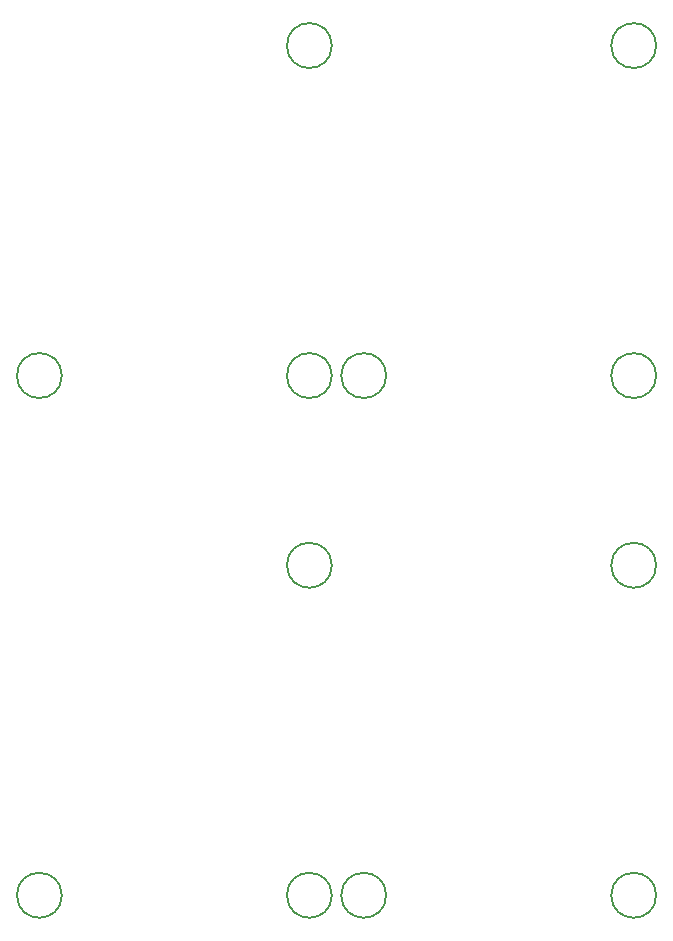
<source format=gbr>
G04 #@! TF.GenerationSoftware,KiCad,Pcbnew,9.0.4*
G04 #@! TF.CreationDate,2025-08-20T19:44:40-04:00*
G04 #@! TF.ProjectId,jlcpcb_4x4,6a6c6370-6362-45f3-9478-342e6b696361,rev?*
G04 #@! TF.SameCoordinates,Original*
G04 #@! TF.FileFunction,Other,Comment*
%FSLAX46Y46*%
G04 Gerber Fmt 4.6, Leading zero omitted, Abs format (unit mm)*
G04 Created by KiCad (PCBNEW 9.0.4) date 2025-08-20 19:44:40*
%MOMM*%
%LPD*%
G01*
G04 APERTURE LIST*
%ADD10C,0.150000*%
G04 APERTURE END LIST*
D10*
G04 #@! TO.C,board_outline108*
X11970000Y-36880000D02*
G75*
G02*
X8170000Y-36880000I-1900000J0D01*
G01*
X8170000Y-36880000D02*
G75*
G02*
X11970000Y-36880000I1900000J0D01*
G01*
X34830000Y-8940000D02*
G75*
G02*
X31030000Y-8940000I-1900000J0D01*
G01*
X31030000Y-8940000D02*
G75*
G02*
X34830000Y-8940000I1900000J0D01*
G01*
X34830000Y-36880000D02*
G75*
G02*
X31030000Y-36880000I-1900000J0D01*
G01*
X31030000Y-36880000D02*
G75*
G02*
X34830000Y-36880000I1900000J0D01*
G01*
X39430000Y-36880000D02*
G75*
G02*
X35630000Y-36880000I-1900000J0D01*
G01*
X35630000Y-36880000D02*
G75*
G02*
X39430000Y-36880000I1900000J0D01*
G01*
X62290000Y-8940000D02*
G75*
G02*
X58490000Y-8940000I-1900000J0D01*
G01*
X58490000Y-8940000D02*
G75*
G02*
X62290000Y-8940000I1900000J0D01*
G01*
X62290000Y-36880000D02*
G75*
G02*
X58490000Y-36880000I-1900000J0D01*
G01*
X58490000Y-36880000D02*
G75*
G02*
X62290000Y-36880000I1900000J0D01*
G01*
X11970000Y-80880000D02*
G75*
G02*
X8170000Y-80880000I-1900000J0D01*
G01*
X8170000Y-80880000D02*
G75*
G02*
X11970000Y-80880000I1900000J0D01*
G01*
X34830000Y-52940000D02*
G75*
G02*
X31030000Y-52940000I-1900000J0D01*
G01*
X31030000Y-52940000D02*
G75*
G02*
X34830000Y-52940000I1900000J0D01*
G01*
X34830000Y-80880000D02*
G75*
G02*
X31030000Y-80880000I-1900000J0D01*
G01*
X31030000Y-80880000D02*
G75*
G02*
X34830000Y-80880000I1900000J0D01*
G01*
X39430000Y-80880000D02*
G75*
G02*
X35630000Y-80880000I-1900000J0D01*
G01*
X35630000Y-80880000D02*
G75*
G02*
X39430000Y-80880000I1900000J0D01*
G01*
X62290000Y-52940000D02*
G75*
G02*
X58490000Y-52940000I-1900000J0D01*
G01*
X58490000Y-52940000D02*
G75*
G02*
X62290000Y-52940000I1900000J0D01*
G01*
X62290000Y-80880000D02*
G75*
G02*
X58490000Y-80880000I-1900000J0D01*
G01*
X58490000Y-80880000D02*
G75*
G02*
X62290000Y-80880000I1900000J0D01*
G01*
G04 #@! TD*
M02*

</source>
